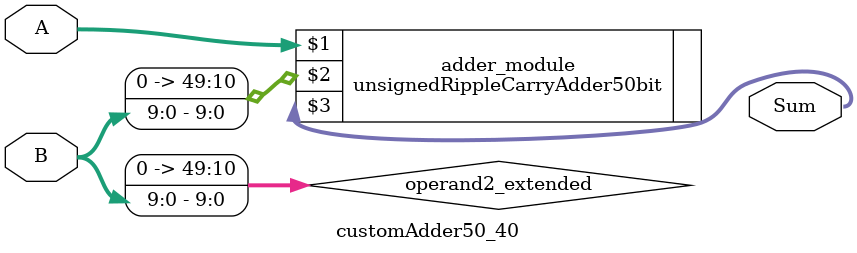
<source format=v>
module customAdder50_40(
                        input [49 : 0] A,
                        input [9 : 0] B,
                        
                        output [50 : 0] Sum
                );

        wire [49 : 0] operand2_extended;
        
        assign operand2_extended =  {40'b0, B};
        
        unsignedRippleCarryAdder50bit adder_module(
            A,
            operand2_extended,
            Sum
        );
        
        endmodule
        
</source>
